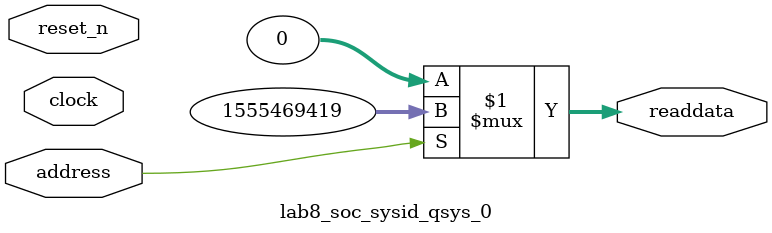
<source format=v>



// synthesis translate_off
`timescale 1ns / 1ps
// synthesis translate_on

// turn off superfluous verilog processor warnings 
// altera message_level Level1 
// altera message_off 10034 10035 10036 10037 10230 10240 10030 

module lab8_soc_sysid_qsys_0 (
               // inputs:
                address,
                clock,
                reset_n,

               // outputs:
                readdata
             )
;

  output  [ 31: 0] readdata;
  input            address;
  input            clock;
  input            reset_n;

  wire    [ 31: 0] readdata;
  //control_slave, which is an e_avalon_slave
  assign readdata = address ? 1555469419 : 0;

endmodule



</source>
